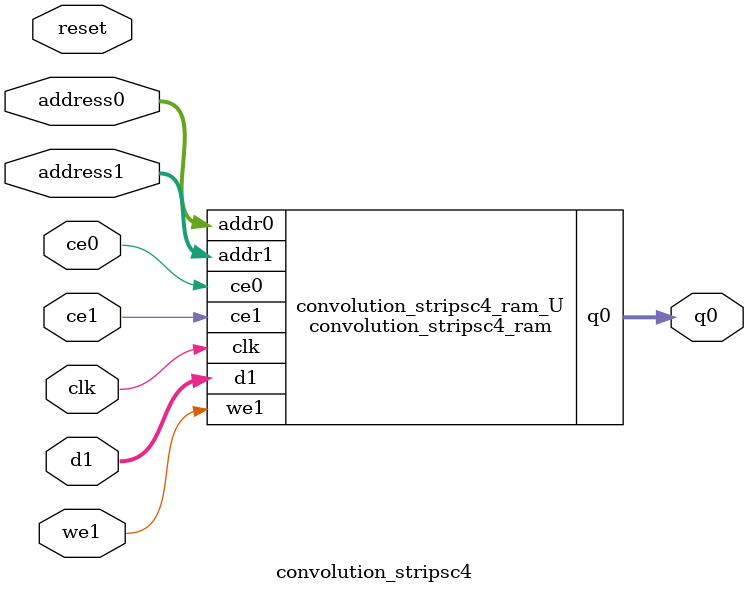
<source format=v>
`timescale 1 ns / 1 ps
module convolution_stripsc4_ram (addr0, ce0, q0, addr1, ce1, d1, we1,  clk);

parameter DWIDTH = 8;
parameter AWIDTH = 12;
parameter MEM_SIZE = 3840;

input[AWIDTH-1:0] addr0;
input ce0;
output reg[DWIDTH-1:0] q0;
input[AWIDTH-1:0] addr1;
input ce1;
input[DWIDTH-1:0] d1;
input we1;
input clk;

(* ram_style = "block" *)reg [DWIDTH-1:0] ram[0:MEM_SIZE-1];




always @(posedge clk)  
begin 
    if (ce0) begin
        q0 <= ram[addr0];
    end
end


always @(posedge clk)  
begin 
    if (ce1) begin
        if (we1) 
            ram[addr1] <= d1; 
    end
end


endmodule

`timescale 1 ns / 1 ps
module convolution_stripsc4(
    reset,
    clk,
    address0,
    ce0,
    q0,
    address1,
    ce1,
    we1,
    d1);

parameter DataWidth = 32'd8;
parameter AddressRange = 32'd3840;
parameter AddressWidth = 32'd12;
input reset;
input clk;
input[AddressWidth - 1:0] address0;
input ce0;
output[DataWidth - 1:0] q0;
input[AddressWidth - 1:0] address1;
input ce1;
input we1;
input[DataWidth - 1:0] d1;



convolution_stripsc4_ram convolution_stripsc4_ram_U(
    .clk( clk ),
    .addr0( address0 ),
    .ce0( ce0 ),
    .q0( q0 ),
    .addr1( address1 ),
    .ce1( ce1 ),
    .we1( we1 ),
    .d1( d1 ));

endmodule


</source>
